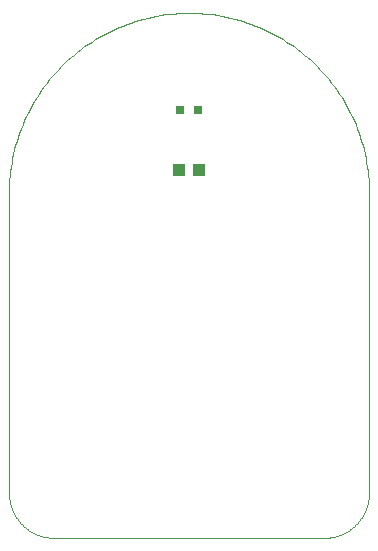
<source format=gtp>
G75*
%MOIN*%
%OFA0B0*%
%FSLAX25Y25*%
%IPPOS*%
%LPD*%
%AMOC8*
5,1,8,0,0,1.08239X$1,22.5*
%
%ADD10R,0.04331X0.03937*%
%ADD11R,0.03150X0.03150*%
%ADD12C,0.00000*%
D10*
X0058154Y0124000D03*
X0064846Y0124000D03*
D11*
X0064453Y0144000D03*
X0058547Y0144000D03*
D12*
X0001500Y0116500D02*
X0001500Y0016500D01*
X0001504Y0016138D01*
X0001518Y0015775D01*
X0001539Y0015413D01*
X0001570Y0015052D01*
X0001609Y0014692D01*
X0001657Y0014333D01*
X0001714Y0013975D01*
X0001779Y0013618D01*
X0001853Y0013263D01*
X0001936Y0012910D01*
X0002027Y0012559D01*
X0002126Y0012211D01*
X0002234Y0011865D01*
X0002350Y0011521D01*
X0002475Y0011181D01*
X0002607Y0010844D01*
X0002748Y0010510D01*
X0002897Y0010179D01*
X0003054Y0009852D01*
X0003218Y0009529D01*
X0003390Y0009210D01*
X0003570Y0008896D01*
X0003758Y0008585D01*
X0003953Y0008280D01*
X0004155Y0007979D01*
X0004365Y0007683D01*
X0004581Y0007393D01*
X0004805Y0007107D01*
X0005035Y0006827D01*
X0005272Y0006553D01*
X0005516Y0006285D01*
X0005766Y0006022D01*
X0006022Y0005766D01*
X0006285Y0005516D01*
X0006553Y0005272D01*
X0006827Y0005035D01*
X0007107Y0004805D01*
X0007393Y0004581D01*
X0007683Y0004365D01*
X0007979Y0004155D01*
X0008280Y0003953D01*
X0008585Y0003758D01*
X0008896Y0003570D01*
X0009210Y0003390D01*
X0009529Y0003218D01*
X0009852Y0003054D01*
X0010179Y0002897D01*
X0010510Y0002748D01*
X0010844Y0002607D01*
X0011181Y0002475D01*
X0011521Y0002350D01*
X0011865Y0002234D01*
X0012211Y0002126D01*
X0012559Y0002027D01*
X0012910Y0001936D01*
X0013263Y0001853D01*
X0013618Y0001779D01*
X0013975Y0001714D01*
X0014333Y0001657D01*
X0014692Y0001609D01*
X0015052Y0001570D01*
X0015413Y0001539D01*
X0015775Y0001518D01*
X0016138Y0001504D01*
X0016500Y0001500D01*
X0106500Y0001500D01*
X0106862Y0001504D01*
X0107225Y0001518D01*
X0107587Y0001539D01*
X0107948Y0001570D01*
X0108308Y0001609D01*
X0108667Y0001657D01*
X0109025Y0001714D01*
X0109382Y0001779D01*
X0109737Y0001853D01*
X0110090Y0001936D01*
X0110441Y0002027D01*
X0110789Y0002126D01*
X0111135Y0002234D01*
X0111479Y0002350D01*
X0111819Y0002475D01*
X0112156Y0002607D01*
X0112490Y0002748D01*
X0112821Y0002897D01*
X0113148Y0003054D01*
X0113471Y0003218D01*
X0113790Y0003390D01*
X0114104Y0003570D01*
X0114415Y0003758D01*
X0114720Y0003953D01*
X0115021Y0004155D01*
X0115317Y0004365D01*
X0115607Y0004581D01*
X0115893Y0004805D01*
X0116173Y0005035D01*
X0116447Y0005272D01*
X0116715Y0005516D01*
X0116978Y0005766D01*
X0117234Y0006022D01*
X0117484Y0006285D01*
X0117728Y0006553D01*
X0117965Y0006827D01*
X0118195Y0007107D01*
X0118419Y0007393D01*
X0118635Y0007683D01*
X0118845Y0007979D01*
X0119047Y0008280D01*
X0119242Y0008585D01*
X0119430Y0008896D01*
X0119610Y0009210D01*
X0119782Y0009529D01*
X0119946Y0009852D01*
X0120103Y0010179D01*
X0120252Y0010510D01*
X0120393Y0010844D01*
X0120525Y0011181D01*
X0120650Y0011521D01*
X0120766Y0011865D01*
X0120874Y0012211D01*
X0120973Y0012559D01*
X0121064Y0012910D01*
X0121147Y0013263D01*
X0121221Y0013618D01*
X0121286Y0013975D01*
X0121343Y0014333D01*
X0121391Y0014692D01*
X0121430Y0015052D01*
X0121461Y0015413D01*
X0121482Y0015775D01*
X0121496Y0016138D01*
X0121500Y0016500D01*
X0121500Y0116500D01*
X0121482Y0117961D01*
X0121429Y0119421D01*
X0121340Y0120880D01*
X0121216Y0122336D01*
X0121056Y0123788D01*
X0120861Y0125236D01*
X0120630Y0126679D01*
X0120365Y0128116D01*
X0120065Y0129546D01*
X0119730Y0130968D01*
X0119360Y0132382D01*
X0118956Y0133786D01*
X0118518Y0135180D01*
X0118046Y0136563D01*
X0117541Y0137934D01*
X0117002Y0139292D01*
X0116431Y0140637D01*
X0115827Y0141967D01*
X0115191Y0143283D01*
X0114523Y0144582D01*
X0113823Y0145865D01*
X0113092Y0147130D01*
X0112331Y0148378D01*
X0111540Y0149606D01*
X0110719Y0150815D01*
X0109869Y0152003D01*
X0108990Y0153170D01*
X0108083Y0154316D01*
X0107148Y0155439D01*
X0106186Y0156539D01*
X0105198Y0157615D01*
X0104184Y0158667D01*
X0103144Y0159694D01*
X0102080Y0160695D01*
X0100992Y0161671D01*
X0099880Y0162619D01*
X0098746Y0163540D01*
X0097589Y0164433D01*
X0096412Y0165297D01*
X0095213Y0166133D01*
X0093994Y0166939D01*
X0092756Y0167716D01*
X0091500Y0168462D01*
X0090226Y0169177D01*
X0088935Y0169861D01*
X0087627Y0170513D01*
X0086304Y0171133D01*
X0084966Y0171721D01*
X0083615Y0172276D01*
X0082250Y0172798D01*
X0080873Y0173286D01*
X0079484Y0173741D01*
X0078085Y0174162D01*
X0076676Y0174549D01*
X0075258Y0174901D01*
X0073832Y0175219D01*
X0072398Y0175502D01*
X0070958Y0175750D01*
X0069513Y0175963D01*
X0068062Y0176140D01*
X0066608Y0176282D01*
X0065151Y0176389D01*
X0063691Y0176460D01*
X0062231Y0176496D01*
X0060769Y0176496D01*
X0059309Y0176460D01*
X0057849Y0176389D01*
X0056392Y0176282D01*
X0054938Y0176140D01*
X0053487Y0175963D01*
X0052042Y0175750D01*
X0050602Y0175502D01*
X0049168Y0175219D01*
X0047742Y0174901D01*
X0046324Y0174549D01*
X0044915Y0174162D01*
X0043516Y0173741D01*
X0042127Y0173286D01*
X0040750Y0172798D01*
X0039385Y0172276D01*
X0038034Y0171721D01*
X0036696Y0171133D01*
X0035373Y0170513D01*
X0034065Y0169861D01*
X0032774Y0169177D01*
X0031500Y0168462D01*
X0030244Y0167716D01*
X0029006Y0166939D01*
X0027787Y0166133D01*
X0026588Y0165297D01*
X0025411Y0164433D01*
X0024254Y0163540D01*
X0023120Y0162619D01*
X0022008Y0161671D01*
X0020920Y0160695D01*
X0019856Y0159694D01*
X0018816Y0158667D01*
X0017802Y0157615D01*
X0016814Y0156539D01*
X0015852Y0155439D01*
X0014917Y0154316D01*
X0014010Y0153170D01*
X0013131Y0152003D01*
X0012281Y0150815D01*
X0011460Y0149606D01*
X0010669Y0148378D01*
X0009908Y0147130D01*
X0009177Y0145865D01*
X0008477Y0144582D01*
X0007809Y0143283D01*
X0007173Y0141967D01*
X0006569Y0140637D01*
X0005998Y0139292D01*
X0005459Y0137934D01*
X0004954Y0136563D01*
X0004482Y0135180D01*
X0004044Y0133786D01*
X0003640Y0132382D01*
X0003270Y0130968D01*
X0002935Y0129546D01*
X0002635Y0128116D01*
X0002370Y0126679D01*
X0002139Y0125236D01*
X0001944Y0123788D01*
X0001784Y0122336D01*
X0001660Y0120880D01*
X0001571Y0119421D01*
X0001518Y0117961D01*
X0001500Y0116500D01*
M02*

</source>
